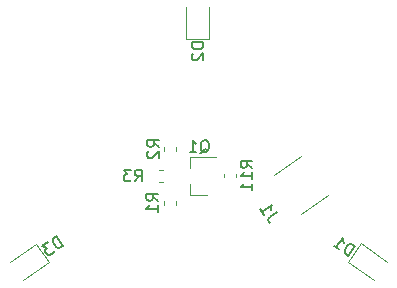
<source format=gbo>
G04 #@! TF.GenerationSoftware,KiCad,Pcbnew,(5.1.6)-1*
G04 #@! TF.CreationDate,2020-12-22T11:04:26+08:00*
G04 #@! TF.ProjectId,LED_A1.0,4c45445f-4131-42e3-902e-6b696361645f,rev?*
G04 #@! TF.SameCoordinates,Original*
G04 #@! TF.FileFunction,Legend,Bot*
G04 #@! TF.FilePolarity,Positive*
%FSLAX46Y46*%
G04 Gerber Fmt 4.6, Leading zero omitted, Abs format (unit mm)*
G04 Created by KiCad (PCBNEW (5.1.6)-1) date 2020-12-22 11:04:26*
%MOMM*%
%LPD*%
G01*
G04 APERTURE LIST*
%ADD10C,0.120000*%
%ADD11C,0.150000*%
G04 APERTURE END LIST*
D10*
X34033679Y-30139100D02*
X33708121Y-30139100D01*
X34033679Y-29119100D02*
X33708121Y-29119100D01*
X34110200Y-27518579D02*
X34110200Y-27193021D01*
X35130200Y-27518579D02*
X35130200Y-27193021D01*
X35130200Y-31739621D02*
X35130200Y-32065179D01*
X34110200Y-31739621D02*
X34110200Y-32065179D01*
X40235600Y-29440921D02*
X40235600Y-29766479D01*
X39215600Y-29440921D02*
X39215600Y-29766479D01*
X36349400Y-31234500D02*
X37809400Y-31234500D01*
X36349400Y-28074500D02*
X38509400Y-28074500D01*
X36349400Y-28074500D02*
X36349400Y-29004500D01*
X36349400Y-31234500D02*
X36349400Y-30304500D01*
X24409905Y-36942010D02*
X22210481Y-38482062D01*
X23308638Y-35369238D02*
X24409905Y-36942010D01*
X21109215Y-36909290D02*
X23308638Y-35369238D01*
X35984300Y-18017200D02*
X35984300Y-15332200D01*
X37904300Y-18017200D02*
X35984300Y-18017200D01*
X37904300Y-15332200D02*
X37904300Y-18017200D01*
X50783162Y-35356538D02*
X52982585Y-36896590D01*
X49681895Y-36929310D02*
X50783162Y-35356538D01*
X51881319Y-38469362D02*
X49681895Y-36929310D01*
X45702713Y-27938981D02*
X43414002Y-29541554D01*
X47997305Y-31215999D02*
X45708594Y-32818572D01*
D11*
X31662666Y-30106880D02*
X31996000Y-29630690D01*
X32234095Y-30106880D02*
X32234095Y-29106880D01*
X31853142Y-29106880D01*
X31757904Y-29154500D01*
X31710285Y-29202119D01*
X31662666Y-29297357D01*
X31662666Y-29440214D01*
X31710285Y-29535452D01*
X31757904Y-29583071D01*
X31853142Y-29630690D01*
X32234095Y-29630690D01*
X31329333Y-29106880D02*
X30710285Y-29106880D01*
X31043619Y-29487833D01*
X30900761Y-29487833D01*
X30805523Y-29535452D01*
X30757904Y-29583071D01*
X30710285Y-29678309D01*
X30710285Y-29916404D01*
X30757904Y-30011642D01*
X30805523Y-30059261D01*
X30900761Y-30106880D01*
X31186476Y-30106880D01*
X31281714Y-30059261D01*
X31329333Y-30011642D01*
X33726380Y-27176433D02*
X33250190Y-26843100D01*
X33726380Y-26605004D02*
X32726380Y-26605004D01*
X32726380Y-26985957D01*
X32774000Y-27081195D01*
X32821619Y-27128814D01*
X32916857Y-27176433D01*
X33059714Y-27176433D01*
X33154952Y-27128814D01*
X33202571Y-27081195D01*
X33250190Y-26985957D01*
X33250190Y-26605004D01*
X32821619Y-27557385D02*
X32774000Y-27605004D01*
X32726380Y-27700242D01*
X32726380Y-27938338D01*
X32774000Y-28033576D01*
X32821619Y-28081195D01*
X32916857Y-28128814D01*
X33012095Y-28128814D01*
X33154952Y-28081195D01*
X33726380Y-27509766D01*
X33726380Y-28128814D01*
X33642580Y-31735733D02*
X33166390Y-31402400D01*
X33642580Y-31164304D02*
X32642580Y-31164304D01*
X32642580Y-31545257D01*
X32690200Y-31640495D01*
X32737819Y-31688114D01*
X32833057Y-31735733D01*
X32975914Y-31735733D01*
X33071152Y-31688114D01*
X33118771Y-31640495D01*
X33166390Y-31545257D01*
X33166390Y-31164304D01*
X33642580Y-32688114D02*
X33642580Y-32116685D01*
X33642580Y-32402400D02*
X32642580Y-32402400D01*
X32785438Y-32307161D01*
X32880676Y-32211923D01*
X32928295Y-32116685D01*
X41613080Y-28960842D02*
X41136890Y-28627509D01*
X41613080Y-28389414D02*
X40613080Y-28389414D01*
X40613080Y-28770366D01*
X40660700Y-28865604D01*
X40708319Y-28913223D01*
X40803557Y-28960842D01*
X40946414Y-28960842D01*
X41041652Y-28913223D01*
X41089271Y-28865604D01*
X41136890Y-28770366D01*
X41136890Y-28389414D01*
X41613080Y-29913223D02*
X41613080Y-29341795D01*
X41613080Y-29627509D02*
X40613080Y-29627509D01*
X40755938Y-29532271D01*
X40851176Y-29437033D01*
X40898795Y-29341795D01*
X41613080Y-30865604D02*
X41613080Y-30294176D01*
X41613080Y-30579890D02*
X40613080Y-30579890D01*
X40755938Y-30484652D01*
X40851176Y-30389414D01*
X40898795Y-30294176D01*
X37204638Y-27702119D02*
X37299876Y-27654500D01*
X37395114Y-27559261D01*
X37537971Y-27416404D01*
X37633209Y-27368785D01*
X37728447Y-27368785D01*
X37680828Y-27606880D02*
X37776066Y-27559261D01*
X37871304Y-27464023D01*
X37918923Y-27273547D01*
X37918923Y-26940214D01*
X37871304Y-26749738D01*
X37776066Y-26654500D01*
X37680828Y-26606880D01*
X37490352Y-26606880D01*
X37395114Y-26654500D01*
X37299876Y-26749738D01*
X37252257Y-26940214D01*
X37252257Y-27273547D01*
X37299876Y-27464023D01*
X37395114Y-27559261D01*
X37490352Y-27606880D01*
X37680828Y-27606880D01*
X36299876Y-27606880D02*
X36871304Y-27606880D01*
X36585590Y-27606880D02*
X36585590Y-26606880D01*
X36680828Y-26749738D01*
X36776066Y-26844976D01*
X36871304Y-26892595D01*
X25590987Y-35545314D02*
X25017410Y-34726162D01*
X24822374Y-34862728D01*
X24732666Y-34983675D01*
X24709277Y-35116316D01*
X24724897Y-35221643D01*
X24795142Y-35404985D01*
X24877081Y-35522007D01*
X25025341Y-35650723D01*
X25118975Y-35701424D01*
X25251616Y-35724812D01*
X25395951Y-35681880D01*
X25590987Y-35545314D01*
X24276273Y-35245112D02*
X23769179Y-35600183D01*
X24260735Y-35721049D01*
X24143713Y-35802989D01*
X24093012Y-35896622D01*
X24081318Y-35962943D01*
X24096937Y-36068270D01*
X24233502Y-36263307D01*
X24327136Y-36314008D01*
X24393456Y-36325702D01*
X24498784Y-36310083D01*
X24732827Y-36146204D01*
X24783529Y-36052570D01*
X24795223Y-35986250D01*
X37472880Y-18337304D02*
X36472880Y-18337304D01*
X36472880Y-18575400D01*
X36520500Y-18718257D01*
X36615738Y-18813495D01*
X36710976Y-18861114D01*
X36901452Y-18908733D01*
X37044309Y-18908733D01*
X37234785Y-18861114D01*
X37330023Y-18813495D01*
X37425261Y-18718257D01*
X37472880Y-18575400D01*
X37472880Y-18337304D01*
X36568119Y-19289685D02*
X36520500Y-19337304D01*
X36472880Y-19432542D01*
X36472880Y-19670638D01*
X36520500Y-19765876D01*
X36568119Y-19813495D01*
X36663357Y-19861114D01*
X36758595Y-19861114D01*
X36901452Y-19813495D01*
X37472880Y-19242066D01*
X37472880Y-19861114D01*
X49735437Y-36404722D02*
X50309013Y-35585570D01*
X50113977Y-35449004D01*
X49969642Y-35406072D01*
X49837001Y-35429460D01*
X49743368Y-35480162D01*
X49595108Y-35608877D01*
X49513168Y-35725899D01*
X49442923Y-35909241D01*
X49427304Y-36014569D01*
X49450692Y-36147210D01*
X49540400Y-36268157D01*
X49735437Y-36404722D01*
X48487205Y-35530701D02*
X48955292Y-35858459D01*
X48721248Y-35694580D02*
X49294825Y-34875428D01*
X49290900Y-35047076D01*
X49314288Y-35179717D01*
X49364989Y-35273350D01*
X43672576Y-32703140D02*
X43087467Y-33112837D01*
X42997759Y-33233784D01*
X42974371Y-33366425D01*
X43017303Y-33510760D01*
X43071929Y-33588774D01*
X42279847Y-32457564D02*
X42607605Y-32925651D01*
X42443726Y-32691608D02*
X43262878Y-32118031D01*
X43200483Y-32277985D01*
X43177095Y-32410626D01*
X43192714Y-32515954D01*
M02*

</source>
